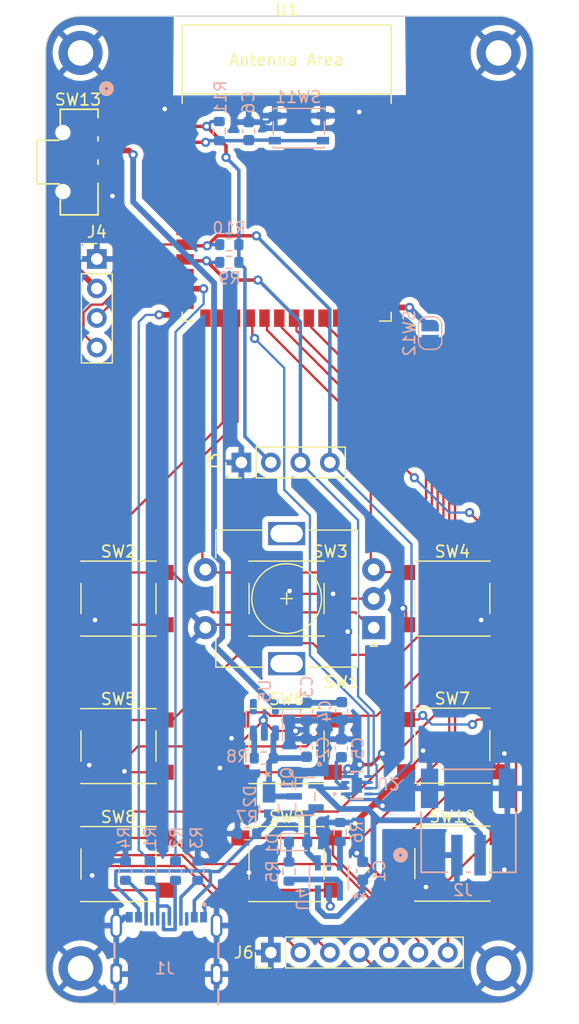
<source format=kicad_pcb>
(kicad_pcb (version 20221018) (generator pcbnew)
  (layers (0 "F.Cu" signal) (31 "B.Cu" signal) (34 "B.Paste" user) (35 "F.Paste" user) (36 "B.SilkS" user "B.Silkscreen") (37 "F.SilkS" user "F.Silkscreen") (38 "B.Mask" user) (39 "F.Mask" user) (44 "Edge.Cuts" user))
  (net 0 "")
  (net 1 "+BATT")
  (net 2 "GND")
  (net 3 "Net-(D2-K)")
  (net 4 "+3.3V")
  (net 5 "RESET")
  (net 6 "Net-(D1-K)")
  (net 7 "VBUS")
  (net 8 "Net-(J1-CC1)")
  (net 9 "/DP2")
  (net 10 "/DN2")
  (net 12 "Net-(J1-CC2)")
  (net 14 "SCL")
  (net 15 "SDA")
  (net 16 "D+")
  (net 17 "D-")
  (net 18 "Net-(U4-STAT)")
  (net 19 "Net-(U4-PROG)")
  (net 20 "Net-(U5-EN)")
  (net 21 "btn1")
  (net 22 "btn3")
  (net 23 "btn2")
  (net 24 "btn4")
  (net 25 "btn5")
  (net 26 "btn6")
  (net 27 "btn7")
  (net 28 "btn8")
  (net 29 "btn9")
  (net 30 "CBM0")
  (net 51 "BFG_ALRT")
  (net 53 "3.3v_sw")
  (footprint "Button_Switch_SMD:SW_SPST_PTS645" (layer "F.Cu") (at 130.77 95.9104)
    (fp_text reference "SW2")
    (fp_text value "SW_Push")
  )
  (footprint "Connector_PinHeader_2.54mm:PinHeader_1x04_P2.54mm_Vertical" (layer "F.Cu") (at 141.351 84.1904 90)
    (fp_text reference "J3")
    (fp_text value "sh1106_vert")
  )
  (footprint "MountingHole:MountingHole_2.2mm_M2_DIN965_Pad_TopBottom" (layer "F.Cu") (at 163.5 127.75)
    (fp_text reference "H4" hide)
    (fp_text value "MountingHole_Pad")
  )
  (footprint "Button_Switch_SMD:SW_SPST_PTS645" (layer "F.Cu") (at 145.245 108.6104)
    (fp_text reference "SW6")
    (fp_text value "SW_Push")
  )
  (footprint "Button_Switch_SMD:SW_SPST_PTS645" (layer "F.Cu") (at 159.52 108.5744)
    (fp_text reference "SW7")
    (fp_text value "SW_Push")
  )
  (footprint "MountingHole:MountingHole_2.2mm_M2_DIN965_Pad_TopBottom" (layer "F.Cu") (at 163.5 48.9204)
    (fp_text reference "H2" hide)
    (fp_text value "MountingHole_Pad")
  )
  (footprint "MountingHole:MountingHole_2.2mm_M2_DIN965_Pad_TopBottom" (layer "F.Cu") (at 127.5 48.9204)
    (fp_text reference "H1" hide)
    (fp_text value "MountingHole_Pad")
  )
  (footprint "CSS-1210TB:CSS-1210TB_NDC" (layer "F.Cu") (at 127.381 58.3184 -90)
    (fp_text reference "SW13")
    (fp_text value "CSS-1210TB")
  )
  (footprint "Button_Switch_SMD:SW_SPST_PTS645" (layer "F.Cu") (at 130.77 108.6104)
    (fp_text reference "SW5")
    (fp_text value "SW_Push")
  )
  (footprint "Button_Switch_SMD:SW_SPST_PTS645" (layer "F.Cu") (at 145.245 95.9104)
    (fp_text reference "SW3")
    (fp_text value "SW_Push")
  )
  (footprint "Button_Switch_SMD:SW_SPST_PTS645" (layer "F.Cu") (at 159.52 118.7344)
    (fp_text reference "SW10")
    (fp_text value "SW_Push")
  )
  (footprint "Connector_PinHeader_2.54mm:PinHeader_1x04_P2.54mm_Vertical" (layer "F.Cu") (at 128.905 66.6644)
    (fp_text reference "J4")
    (fp_text value "sh1106_horiz")
  )
  (footprint "Button_Switch_SMD:SW_SPST_PTS645" (layer "F.Cu") (at 159.52 95.9104)
    (fp_text reference "SW4")
    (fp_text value "SW_Push")
  )
  (footprint "Connector_PinHeader_2.54mm:PinHeader_1x07_P2.54mm_Vertical" (layer "F.Cu") (at 143.891 126.3904 90)
    (fp_text reference "J6")
    (fp_text value "Button_breakout")
  )
  (footprint "Button_Switch_SMD:SW_SPST_PTS645" (layer "F.Cu") (at 145.245 118.7704)
    (fp_text reference "SW9")
    (fp_text value "SW_Push")
  )
  (footprint "Button_Switch_SMD:SW_SPST_PTS645" (layer "F.Cu") (at 130.77 118.7704)
    (fp_text reference "SW8")
    (fp_text value "SW_Push")
  )
  (footprint "PCM_Espressif:ESP32-S3-WROOM-1" (layer "F.Cu") (at 145.25 62.26)
    (fp_text reference "U1")
    (fp_text value "ESP32-S3-WROOM-1-N4")
  )
  (footprint "MountingHole:MountingHole_2.2mm_M2_DIN965_Pad_TopBottom" (layer "F.Cu") (at 127.5 127.75)
    (fp_text reference "H3" hide)
    (fp_text value "MountingHole_Pad")
  )
  (footprint "Rotary_Encoder:RotaryEncoder_Alps_EC11E-Switch_Vertical_H20mm" (layer "F.Cu") (at 152.75 98.4104 180)
    (fp_text reference "SW1")
    (fp_text value "RotaryEncoder_Switch")
  )
  (footprint "Capacitor_SMD:C_0603_1608Metric" (layer "B.Cu") (at 149.9926 105.5984 -90)
    (fp_text reference "C4")
    (fp_text value "10uf")
  )
  (footprint "S2B_PH:CONN_S2B-PH-SM4-TB_JST" (layer "B.Cu") (at 160.909 115.0447)
    (fp_text reference "J2")
    (fp_text value "S2B-PH-SM4-TB")
  )
  (footprint "Jumper:SolderJumper-2_P1.3mm_Open_RoundedPad1.0x1.5mm" (layer "B.Cu") (at 157.607 73.0504 -90)
    (fp_text reference "SW12")
    (fp_text value "BOOT0")
  )
  (footprint "Resistor_SMD:R_0603_1608Metric" (layer "B.Cu") (at 140.3096 65.4304 180)
    (fp_text reference "R10")
    (fp_text value "2k")
  )
  (footprint "Resistor_SMD:R_0603_1608Metric" (layer "B.Cu") (at 145.4506 119.4164 -90)
    (fp_text reference "R5")
    (fp_text value "5.1k")
  )
  (footprint "USB4105-GF-A:GCT_USB4105-GF-A" (layer "B.Cu") (at 134.8954 128.2445 180)
    (fp_text reference "J1")
    (fp_text value "USB4105-GF-A")
  )
  (footprint "MAX17048:21-0168E_T822-3_MXM" (layer "B.Cu") (at 151.2926 111.9874)
    (fp_text reference "U2")
    (fp_text value "MAX17048G+T10")
  )
  (footprint "cuh:US2H_TOS" (layer "B.Cu") (at 143.7326 113.2211 -90)
    (fp_text reference "D2")
    (fp_text value "CUHS20")
  )
  (footprint "Resistor_SMD:R_0603_1608Metric" (layer "B.Cu") (at 143.2826 109.6434 180)
    (fp_text reference "R8")
    (fp_text value "100k")
  )
  (footprint "Resistor_SMD:R_0603_1608Metric" (layer "B.Cu") (at 137.5979 119.342 -90)
    (fp_text reference "R3")
    (fp_text value "5.6k")
  )
  (footprint "LED_SMD:LED_0603_1608Metric" (layer "B.Cu") (at 146.2306 116.8764)
    (fp_text reference "D1")
    (fp_text value "LED")
  )
  (footprint "Capacitor_SMD:C_0603_1608Metric" (layer "B.Cu") (at 146.9526 105.6534 -90)
    (fp_text reference "C3")
    (fp_text value "10uf")
  )
  (footprint "Resistor_SMD:R_0603_1608Metric" (layer "B.Cu") (at 135.6779 119.342 -90)
    (fp_text reference "R2")
    (fp_text value "22")
  )
  (footprint "Resistor_SMD:R_0603_1608Metric" (layer "B.Cu") (at 149.8606 116.0164 90)
    (fp_text reference "R6")
    (fp_text value "2k")
  )
  (footprint "Resistor_SMD:R_0603_1608Metric" (layer "B.Cu") (at 141.8426 116.1534 180)
    (fp_text reference "R7")
    (fp_text value "100k")
  )
  (footprint "Resistor_SMD:R_0603_1608Metric" (layer "B.Cu") (at 131.3679 119.342 -90)
    (fp_text reference "R4")
    (fp_text value "5.6k")
  )
  (footprint "MCP7381:SOT-23-5_MC_MCH" (layer "B.Cu") (at 148.890601 119.9618 90)
    (fp_text reference "U4")
    (fp_text value "MCP73831T-2ACI/OT")
  )
  (footprint "Capacitor_SMD:C_0603_1608Metric" (layer "B.Cu") (at 149.9626 108.7934 90)
    (fp_text reference "C5")
    (fp_text value ".1uf")
  )
  (footprint "Package_TO_SOT_SMD:SOT-23-5" (layer "B.Cu") (at 143.3326 106.3559 90)
    (fp_text reference "U5")
    (fp_text value "AP2112K-3.3")
  )
  (footprint "Capacitor_SMD:C_0603_1608Metric" (layer "B.Cu") (at 151.8006 119.3534 90)
    (fp_text reference "C1")
    (fp_text value "10uf")
  )
  (footprint "Resistor_SMD:R_0603_1608Metric" (layer "B.Cu") (at 139.446 55.6514 90)
    (fp_text reference "R11")
    (fp_text value "5.1k")
  )
  (footprint "Capacitor_SMD:C_0603_1608Metric" (layer "B.Cu") (at 146.9626 108.7534 90)
    (fp_text reference "C2")
    (fp_text value "10uf")
  )
  (footprint "Resistor_SMD:R_0603_1608Metric" (layer "B.Cu") (at 133.4879 119.342 -90)
    (fp_text reference "R1")
    (fp_text value "22")
  )
  (footprint "Capacitor_SMD:C_0603_1608Metric" (layer "B.Cu") (at 141.986 55.6514 90)
    (fp_text reference "C6")
    (fp_text value "1uf")
  )
  (footprint "DMP2045U:SOT-23_DIO" (layer "B.Cu") (at 146.8426 112.9434 -90)
    (fp_text reference "Q1")
    (fp_text value "DMP2045U-7")
  )
  (footprint "Button_Switch_SMD:SW_SPST_PTS810" (layer "B.Cu") (at 146.304 55.3974)
    (fp_text reference "SW11")
    (fp_text value "SW_Push")
  )
  (footprint "Resistor_SMD:R_0603_1608Metric" (layer "B.Cu") (at 140.3096 66.9544 180)
    (fp_text reference "R9")
    (fp_text value "2k")
  )
  (gr_line (start 124.5 127.75) (end 124.5 48.75) (stroke (width 0.1)) (layer "Edge.Cuts"))
  (gr_arc (start 163.5 45.75) (mid 165.62132 46.62868) (end 166.5 48.75) (stroke (width 0.1)) (layer "Edge.Cuts"))
  (gr_arc (start 127.5 130.75) (mid 125.37868 129.87132) (end 124.5 127.75) (stroke (width 0.1)) (layer "Edge.Cuts"))
  (gr_line (start 135.5 45.75) (end 127.5 45.75) (stroke (width 0.1)) (layer "Edge.Cuts"))
  (gr_arc (start 166.5 127.75) (mid 165.62132 129.87132) (end 163.5 130.75) (stroke (width 0.1)) (layer "Edge.Cuts"))
  (gr_line (start 166.5 48.75) (end 166.5 127.75) (stroke (width 0.1)) (layer "Edge.Cuts"))
  (gr_line (start 163.5 130.75) (end 127.5 130.75) (stroke (width 0.1)) (layer "Edge.Cuts"))
  (gr_arc (start 124.5 48.75) (mid 125.37868 46.62868) (end 127.5 45.75) (stroke (width 0.1)) (layer "Edge.Cuts"))
  (gr_line (start 135.5 45.75) (end 155.5 45.75) (stroke (width 0.1)) (layer "Edge.Cuts"))
  (gr_line (start 155.5 45.75) (end 163.5 45.75) (stroke (width 0.1)) (layer "Edge.Cuts"))
  (segment (start 147.7824 111.9909) (end 149.8157 114.0242) (width 0.5) (layer "B.Cu") (net 1))
  (segment (start 149.5146 111.645299) (end 149.5146 110.0164) (width 0.3) (layer "B.Cu") (net 1))
  (segment (start 151.8006 120.1284) (end 151.8006 121.111602) (width 0.5) (layer "B.Cu") (net 1))
  (segment (start 151.8006 121.111602) (end 149.660802 123.2514) (width 0.5) (layer "B.Cu") (net 1))
  (segment (start 161.909001 118) (end 161.909001 116.183602) (width 0.5) (layer "B.Cu") (net 1))
  (segment (start 149.8157 114.0242) (end 152.2322 114.0242) (width 0.5) (layer "B.Cu") (net 1))
  (segment (start 148.2446 112.2374) (end 148.0289 112.2374) (width 0.3) (layer "B.Cu") (net 1))
  (segment (start 150.2893 111.9874) (end 149.856701 111.9874) (width 0.3) (layer "B.Cu") (net 1))
  (segment (start 148.5866 123.2514) (end 147.9406 122.6054) (width 0.5) (layer "B.Cu") (net 1))
  (segment (start 150.2893 111.9874) (end 150.2893 111.7374) (width 0.3) (layer "B.Cu") (net 1))
  (segment (start 160.725399 115) (end 153.208 115) (width 0.5) (layer "B.Cu") (net 1))
  (segment (start 150.2893 112.2374) (end 148.2446 112.2374) (width 0.3) (layer "B.Cu") (net 1))
  (segment (start 153.208 115) (end 152.7256 114.5176) (width 0.5) (layer "B.Cu") (net 1))
  (segment (start 152.7256 114.5176) (end 152.7256 119.2034) (width 0.5) (layer "B.Cu") (net 1))
  (segment (start 147.9406 122.6054) (end 147.9406 121.2572) (width 0.5) (layer "B.Cu") (net 1))
  (segment (start 150.2893 112.2374) (end 150.2893 111.9874) (width 0.3) (layer "B.Cu") (net 1))
  (segment (start 149.660802 123.2514) (end 148.5866 123.2514) (width 0.5) (layer "B.Cu") (net 1))
  (segment (start 148.0289 112.2374) (end 147.7824 111.9909) (width 0.3) (layer "B.Cu") (net 1))
  (segment (start 149.5146 110.0164) (end 149.9626 109.5684) (width 0.3) (layer "B.Cu") (net 1))
  (segment (start 161.909001 116.183602) (end 160.725399 115) (width 0.5) (layer "B.Cu") (net 1))
  (segment (start 152.2322 114.0242) (end 152.7256 114.5176) (width 0.5) (layer "B.Cu") (net 1))
  (segment (start 152.7256 119.2034) (end 151.8006 120.1284) (width 0.5) (layer "B.Cu") (net 1))
  (segment (start 149.856701 111.9874) (end 149.5146 111.645299) (width 0.3) (layer "B.Cu") (net 1))
  (segment (start 155.54 120.9844) (end 157.0156 120.9844) (width 0.2) (layer "F.Cu") (net 2))
  (segment (start 145.75 95.5) (end 145.5 95.25) (width 0.2) (layer "F.Cu") (net 2))
  (segment (start 141.636 108) (end 140.5 108) (width 0.2) (layer "F.Cu") (net 2))
  (segment (start 136.7135 53.9844) (end 134.9844 53.9844) (width 0.2) (layer "F.Cu") (net 2))
  (segment (start 134.75 121.0204) (end 126.79 121.0204) (width 0.2) (layer "F.Cu") (net 2))
  (segment (start 163.5 109.75) (end 164 109.25) (width 0.2) (layer "F.Cu") (net 2))
  (segment (start 154.4476 120.9844) (end 155.54 120.9844) (width 0.25) (layer "F.Cu") (net 2))
  (segment (start 134.75 110.8604) (end 131.3604 110.8604) (width 0.2) (layer "F.Cu") (net 2))
  (segment (start 149.225 110.8604) (end 141.265 110.8604) (width 0.2) (layer "F.Cu") (net 2))
  (segment (start 143.2326 106.4034) (end 141.636 108) (width 0.2) (layer "F.Cu") (net 2))
  (segment (start 129.7305 59.318525) (end 129.7305 60.7305) (width 0.3) (layer "F.Cu") (net 2))
  (segment (start 141.265 120.235) (end 142 119.5) (width 0.25) (layer "F.Cu") (net 2))
  (segment (start 151.1259 115.2385) (end 152.3072 114.0572) (width 0.5) (layer "F.Cu") (net 2))
  (segment (start 150.518611 110.591789) (end 150.25 110.8604) (width 0.3) (layer "F.Cu") (net 2))
  (segment (start 127.6396 110.8604) (end 128.25 110.25) (width 0.2) (layer "F.Cu") (net 2))
  (segment (start 155.54 110.8244) (end 157 109.3644) (width 0.2) (layer "F.Cu") (net 2))
  (segment (start 151.2926 117.8294) (end 154.4476 120.9844) (width 0.25) (layer "F.Cu") (net 2))
  (segment (start 129.1604 98.1604) (end 128.75 97.75) (width 0.2) (layer "F.Cu") (net 2))
  (segment (start 162.4104 98.1604) (end 162 97.75) (width 0.2) (layer "F.Cu") (net 2))
  (segment (start 134.75 98.1604) (end 129.1604 98.1604) (width 0.2) (layer "F.Cu") (net 2))
  (segment (start 141.265 110.8604) (end 139.8604 110.8604) (width 0.2) (layer "F.Cu") (net 2))
  (segment (start 149.225 110.8604) (end 150.25 110.8604) (width 0.2) (layer "F.Cu") (net 2))
  (segment (start 152.3072 114.0572) (end 155.54 110.8244) (width 0.5) (layer "F.Cu") (net 2))
  (segment (start 150.518611 110.564255) (end 150.518611 110.591789) (width 0.3) (layer "F.Cu") (net 2))
  (segment (start 129.7305 60.7305) (end 130.25 61.25) (width 0.3) (layer "F.Cu") (net 2))
  (segment (start 152.6144 113.75) (end 152.3072 114.0572) (width 0.3) (layer "F.Cu") (net 2))
  (segment (start 149.225 98.1604) (end 149.9104 98.1604) (width 0.2) (layer "F.Cu") (net 2))
  (segment (start 141.265 98.1604) (end 138.5 98.1604) (width 0.2) (layer "F.Cu") (net 2))
  (segment (start 163.5 110.8244) (end 163.5 109.75) (width 0.2) (layer "F.Cu") (net 2))
  (segment (start 163.5 98.1604) (end 162.4104 98.1604) (width 0.2) (layer "F.Cu") (net 2))
  (segment (start 149.9104 98.1604) (end 150.5 98.75) (width 0.2) (layer "F.Cu") (net 2))
  (segment (start 138.5 98.1604) (end 138.25 98.4104) (width 0.2) (layer "F.Cu") (net 2))
  (segment (start 127.2296 121.0204) (end 128.5 119.75) (width 0.2) (layer "F.Cu") (net 2))
  (segment (start 152.75 95.9104) (end 149.6604 95.9104) (width 0.2) (layer "F.Cu") (net 2))
  (segment (start 151.5466 110.2094) (end 152.5406 110.2094) (width 0.3) (layer "F.Cu") (net 2))
  (segment (start 126.79 98.1604) (end 128.3396 98.1604) (width 0.2) (layer "F.Cu") (net 2))
  (segment (start 139.8604 110.8604) (end 139.5 110.5) (width 0.2) (layer "F.Cu") (net 2))
  (segment (start 126.79 121.0204) (end 127.2296 121.0204) (width 0.2) (layer "F.Cu") (net 2))
  (segment (start 149.0066 121.2388) (end 149.225 121.0204) (width 0.25) (layer "F.Cu") (net 2))
  (segment (start 157 109.3644) (end 157 109) (width 0.2) (layer "F.Cu") (net 2))
  (segment (start 144.1326 107.3034) (end 146.0126 107.3034) (width 0.2) (layer "F.Cu") (net 2))
  (segment (start 143.2326 106.4034) (end 144.1326 107.3034) (width 0.2) (layer "F.Cu") (net 2))
  (segment (start 155.54 98.1604) (end 155.54 97.04) (width 0.2) (layer "F.Cu") (net 2))
  (segment (start 126.79 110.8604) (end 127.6396 110.8604) (width 0.2) (layer "F.Cu") (net 2))
  (segment (start 155.54 97.04) (end 155.25 96.75) (width 0.2) (layer "F.Cu") (net 2))
  (segment (start 141.265 121.0204) (end 141.265 120.235) (width 0.25) (layer "F.Cu") (net 2))
  (segment (start 131.3604 110.8604) (end 131.280675 110.780675) (width 0.2) (layer "F.Cu") (net 2))
  (segment (start 149.0066 122.4014) (end 149.0066 121.2388) (width 0.25) (layer "F.Cu") (net 2))
  (segment (start 149.225 121.0204) (end 141.265 121.0204) (width 0.25) (layer "F.Cu") (net 2))
  (segment (start 154 54) (end 151.5 54) (width 0.2) (layer "F.Cu") (net 2))
  (segment (start 151.1259 115.2704) (end 151.1259 115.2385) (width 0.5) (layer "F.Cu") (net 2))
  (segment (start 163.5 119.75) (end 164 119.25) (width 0.2) (layer "F.Cu") (net 2))
  (segment (start 157.0156 120.9844) (end 157.25 120.75) (width 0.2) (layer "F.Cu") (net 2))
  (segment (start 150.25 110.8604) (end 150.8956 110.8604) (width 0.2) (layer "F.Cu") (net 2))
  (segment (start 149.6604 95.9104) (end 149.25 95.5) (width 0.2) (layer "F.Cu") (net 2))
  (segment (start 134.9844 53.9844) (end 134.75 53.75) (width 0.2) (layer "F.Cu") (net 2))
  (segment (start 163.5 120.9844) (end 163.5 119.75) (width 0.2) (layer "F.Cu") (net 2))
  (segment (start 149.25 95.5) (end 145.75 95.5) (width 0.2) (layer "F.Cu") (net 2))
  (segment (start 150.8956 110.8604) (end 151.5466 110.2094) (width 0.2) (layer "F.Cu") (net 2))
  (segment (start 152.5406 110.2094) (end 153.5 109.25) (width 0.3) (layer "F.Cu") (net 2))
  (segment (start 128.3396 98.1604) (end 128.75 97.75) (width 0.2) (layer "F.Cu") (net 2))
  (segment (start 140.5 108) (end 140.5 107.9364) (width 0.2) (layer "F.Cu") (net 2))
  (segment (start 153.5 113.75) (end 152.6144 113.75) (width 0.3) (layer "F.Cu") (net 2))
  (via (at 153.5 113.75) (size 0.8) (drill 0.4) (layers "F.Cu" "B.Cu") (net 2))
  (via (at 143.2326 106.4034) (size 0.8) (drill 0.4) (layers "F.Cu" "B.Cu") (net 2))
  (via (at 130.25 61.25) (size 0.8) (drill 0.4) (layers "F.Cu" "B.Cu") (net 2))
  (via (at 151.2926 117.8294) (size 0.8) (drill 0.4) (layers "F.Cu" "B.Cu") (net 2))
  (via (at 149.25 95.5) (size 0.8) (drill 0.4) (layers "F.Cu" "B.Cu") (net 2))
  (via (at 128.25 110.25) (size 0.8) (drill 0.4) (layers "F.Cu" "B.Cu") (net 2))
  (via (at 146.0126 107.3034) (size 0.8) (drill 0.4) (layers "F.Cu" "B.Cu") (net 2))
  (via (at 145.5 95.25) (size 0.8) (drill 0.4) (layers "F.Cu" "B.Cu") (net 2))
  (via (at 149.0066 122.4014) (size 0.8) (drill 0.4) (layers "F.Cu" "B.Cu") (net 2))
  (via (at 157 109) (size 0.8) (drill 0.4) (layers "F.Cu" "B.Cu") (net 2))
  (via (at 134.75 53.75) (size 0.8) (drill 0.4) (layers "F.Cu" "B.Cu") (net 2))
  (via (at 128.75 97.75) (size 0.8) (drill 0.4) (layers "F.Cu" "B.Cu") (net 2))
  (via (at 142 119.5) (size 0.8) (drill 0.4) (layers "F.Cu" "B.Cu") (net 2))
  (via (at 150.518611 110.564255) (size 0.8) (drill 0.4) (layers "F.Cu" "B.Cu") (net 2))
  (via (at 131.280675 110.780675) (size 0.8) (drill 0.4) (layers "F.Cu" "B.Cu") (net 2))
  (via (at 164 119.25) (size 0.8) (drill 0.4) (layers "F.Cu" "B.Cu") (net 2))
  (via (at 155.25 96.75) (size 0.8) (drill 0.4) (layers "F.Cu" "B.Cu") (net 2))
  (via (at 128.5 119.75) (size 0.8) (drill 0.4) (layers "F.Cu" "B.Cu") (net 2))
  (via (at 151.5466 110.2094) (size 0.8) (drill 0.4) (layers "F.Cu" "B.Cu") (net 2))
  (via (at 153.5 109.25) (size 0.8) (drill 0.4) (layers "F.Cu" "B.Cu") (net 2))
  (via (at 164 109.25) (size 0.8) (drill 0.4) (layers "F.Cu" "B.Cu") (net 2))
  (via (at 150.5 98.75) (size 0.8) (drill 0.4) (layers "F.Cu" "B.Cu") (net 2))
  (via (at 139.5 110.5) (size 0.8) (drill 0.4) (layers "F.Cu" "B.Cu") (net 2))
  (via (at 140.5 107.9364) (size 0.8) (drill 0.4) (layers "F.Cu" "B.Cu") (net 2))
  (via (at 151.5 54) (size 0.8) (drill 0.4) (layers "F.Cu" "B.Cu") (net 2))
  (via (at 157.25 120.75) (size 0.8) (drill 0.4) (layers "F.Cu" "B.Cu") (net 2))
  (via (at 151.1259 115.2704) (size 0.8) (drill 0.4) (layers "F.Cu" "B.Cu") (net 2))
  (via (at 162 97.75) (size 0.8) (drill 0.4) (layers "F.Cu" "B.Cu") (net 2))
  (segment (start 143.675 54.8764) (end 144.229 54.3224) (width 0.3) (layer "B.Cu") (net 2))
  (segment (start 151.2926 111.9874) (end 151.5426 111.7374) (width 0.3) (layer "B.Cu") (net 2))
  (segment (start 151.8006 118.3374) (end 151.2926 117.8294) (width 0.25) (layer "B.Cu") (net 2))
  (segment (start 150.2893 111.237399) (end 151.050599 111.237399) (width 0.3) (layer "B.Cu") (net 2))
  (segment (start 150.2893 112.737401) (end 150.971899 112.737401) (width 0.3) (layer "B.Cu") (net 2))
  (segment (start 148.890601 121.2572) (end 148.890601 122.285401) (width 0.25) (layer "B.Cu") (net 2))
  (segment (start 151.050599 111.237399) (end 151.2926 111.4794) (width 0.3) (layer "B.Cu") (net 2))
  (segment (start 151.0469 115.1914) (end 151.1259 115.2704) (width 0.2) (layer "B.Cu") (net 2))
  (segment (start 149.9626 106.4034) (end 149.9926 106.3734) (width 0.5) (layer "B.Cu") (net 2))
  (segment (start 149.8606 115.1914) (end 151.0469 115.1914) (width 0.2) (layer "B.Cu") (net 2))
  (segment (start 146.9626 107.9784) (end 146.9626 107.2134) (width 0.5) (layer "B.Cu") (net 2))
  (segment (start 149.9626 108.0184) (end 149.9626 106.4034) (width 0.5) (layer "B.Cu") (net 2))
  (segment (start 151.5426 111.7374) (end 152.2959 111.7374) (width 0.3) (layer "B.Cu") (net 2))
  (segment (start 149.9926 106.3734) (end 147.0076 106.3734) (width 0.5) (layer "B.Cu") (net 2))
  (segment (start 150.2893 110.793566) (end 150.518611 110.564255) (width 0.3) (layer "B.Cu") (net 2))
  (segment (start 146.1026 107.2134) (end 146.0126 107.3034) (width 0.5) (layer "B.Cu") (net 2))
  (segment (start 146.9626 106.4384) (end 146.9526 106.4284) (width 0.5) (layer "B.Cu") (net 2))
  (segment (start 150.2893 112.737401) (end 150.7663 113.214401) (width 0.3) (layer "B.Cu") (net 2))
  (segment (start 141.986 54.8764) (end 143.675 54.8764) (width 0.3) (layer "B.Cu") (net 2))
  (segment (start 150.7663 113.214401) (end 152.964401 113.214401) (width 0.3) (layer "B.Cu") (net 2))
  (segment (start 143.3326 107.4934) (end 143.3326 106.5034) (width 0.5) (layer "B.Cu") (net 2))
  (segment (start 148.890601 122.285401) (end 149.0066 122.4014) (width 0.25) (layer "B.Cu") (net 2))
  (segment (start 146.9626 107.2134) (end 146.1026 107.2134) (width 0.5) (layer "B.Cu") (net 2))
  (segment (start 131.6954 123.3445) (end 131.2954 123.3445) (width 0.5) (layer "B.Cu") (net 2))
  (segment (start 151.2926 111.4794) (end 151.2926 111.9874) (width 0.3) (layer "B.Cu") (net 2))
  (segment (start 151.2926 111.9874) (end 151.2926 110.4634) (width 0.3) (layer "B.Cu") (net 2))
  (segment (start 152.964401 113.214401) (end 153.5 113.75) (width 0.3) (layer "B.Cu") (net 2))
  (segment (start 150.2893 111.237399) (end 150.2893 110.793566) (width 0.3) (layer "B.Cu") (net 2))
  (segment (start 151.8006 118.5784) (end 151.8006 118.3374) (width 0.25) (layer "B.Cu") (net 2))
  (segment (start 143.3326 106.5034) (end 143.2326 106.4034) (width 0.5) (layer "B.Cu") (net 2))
  (segment (start 151.2926 112.4167) (end 151.2926 111.9874) (width 0.3) (layer "B.Cu") (net 2))
  (segment (start 147.0076 106.3734) (end 146.9526 106.4284) (width 0.5) (layer "B.Cu") (net 2))
  (segment (start 151.2926 110.4634) (end 151.5466 110.2094) (width 0.3) (layer "B.Cu") (net 2))
  (segment (start 150.971899 112.737401) (end 151.2926 112.4167) (width 0.3) (layer "B.Cu") (net 2))
  (segment (start 131.2954 123.3445) (end 130.5754 124.0645) (width 0.5) (layer "B.Cu") (net 2))
  (segment (start 146.9626 107.2134) (end 146.9626 106.4384) (width 0.5) (layer "B.Cu") (net 2))
  (segment (start 144.1076 109.6434) (end 144.1076 107.6684) (width 0.5) (layer "B.Cu") (net 3))
  (segment (start 145.9028 112.9434) (end 144.1026 112.9434) (width 0.5) (layer "B.Cu") (net 3))
  (segment (start 144.1076 109.6434) (end 146.8476 109.6434) (width 0.5) (layer "B.Cu") (net 3))
  (segment (start 144.1076 107.6684) (end 144.2826 107.4934) (width 0.5) (layer "B.Cu") (net 3))
  (segment (start 144.1026 112.9434) (end 143.7326 112.5734) (width 0.5) (layer "B.Cu") (net 3))
  (segment (start 143.7326 112.5734) (end 143.7326 110.0184) (width 0.5) (layer "B.Cu") (net 3))
  (segment (start 143.7326 110.0184) (end 144.1076 109.6434) (width 0.5) (layer "B.Cu") (net 3))
  (segment (start 146.8476 109.6434) (end 146.9626 109.5284) (width 0.5) (layer "B.Cu") (net 3))
  (segment (start 140.0302 56.9214) (end 138.3538 55.245) (width 0.3) (layer "F.Cu") (net 4))
  (segment (start 126.8984 57.400825) (end 128.9812 55.318025) (width 0.5) (layer "F.Cu") (net 4))
  (segment (start 129.7305 55.318025) (end 136.649875 55.318025) (width 0.5) (layer "F.Cu") (net 4))
  (segment (start 140.0302 57.912) (end 140.0302 56.9214) (width 0.3) (layer "F.Cu") (net 4))
  (segment (start 128.9812 55.318025) (end 129.7305 55.318025) (width 0.5) (layer "F.Cu") (net 4))
  (segment (start 138.3538 55.245) (end 136.7229 55.245) (width 0.3) (layer "F.Cu") (net 4))
  (segment (start 136.649875 55.318025) (end 136.7135 55.2544) (width 0.5) (layer "F.Cu") (net 4))
  (segment (start 126.8984 67.1978) (end 126.8984 57.400825) (width 0.5) (layer "F.Cu") (net 4))
  (segment (start 136.7229 55.245) (end 136.7135 55.2544) (width 0.3) (layer "F.Cu") (net 4))
  (segment (start 128.905 69.2044) (end 126.8984 67.1978) (width 0.5) (layer "F.Cu") (net 4))
  (via (at 138.3538 55.245) (size 0.8) (drill 0.4) (layers "F.Cu" "B.Cu") (net 4))
  (via (at 140.0302 57.912) (size 0.8) (drill 0.4) (layers "F.Cu" "B.Cu") (net 4))
  (segment (start 141.1346 66.9544) (end 141.6558 67.4756) (width 0.3) (layer "B.Cu") (net 4))
  (segment (start 141.6558 81.9552) (end 143.891 84.1904) (width 0.3) (layer "B.Cu") (net 4))
  (segment (start 141.6558 67.4756) (end 141.6558 81.9552) (width 0.3) (layer "B.Cu") (net 4))
  (segment (start 141.1346 65.4304) (end 141.1346 59.0164) (width 0.3) (layer "B.Cu") (net 4))
  (segment (start 141.1346 66.9544) (end 141.1346 65.4304) (width 0.3) (layer "B.Cu") (net 4))
  (segment (start 141.1346 59.0164) (end 140.0302 57.912) (width 0.3) (layer "B.Cu") (net 4))
  (segment (start 138.7724 54.8264) (end 138.3538 55.245) (width 0.3) (layer "B.Cu") (net 4))
  (segment (start 139.446 54.8264) (end 138.7724 54.8264) (width 0.3) (layer "B.Cu") (net 4))
  (segment (start 138.2776 56.6166) (end 136.8057 56.6166) (width 0.3) (layer "F.Cu") (net 5))
  (segment (start 136.8057 56.6166) (end 136.7135 56.5244) (width 0.3) (layer "F.Cu") (net 5))
  (via (at 138.2776 56.6166) (size 0.8) (drill 0.4) (layers "F.Cu" "B.Cu") (net 5))
  (segment (start 138.4178 56.4764) (end 138.2776 56.6166) (width 0.3) (layer "B.Cu") (net 5))
  (segment (start 144.229 56.4724) (end 148.379 56.4724) (width 0.3) (layer "B.Cu") (net 5))
  (segment (start 139.446 56.4764) (end 138.4178 56.4764) (width 0.3) (layer "B.Cu") (net 5))
  (segment (start 141.986 56.4264) (end 144.183 56.4264) (width 0.3) (layer "B.Cu") (net 5))
  (segment (start 139.446 56.4764) (end 141.936 56.4764) (width 0.3) (layer "B.Cu") (net 5))
  (segment (start 144.183 56.4264) (end 144.229 56.4724) (width 0.3) (layer "B.Cu") (net 5))
  (segment (start 141.936 56.4764) (end 141.986 56.4264) (width 0.3) (layer "B.Cu") (net 5))
  (segment (start 145.4506 116.8839) (end 145.4431 116.8764) (width 0.5) (layer "B.Cu") (net 6))
  (segment (start 145.4506 118.5914) (end 145.4506 116.8839) (width 0.5) (layer "B.Cu") (net 6))
  (segment (start 147.2634 114.4149) (end 147.7824 113.8959) (width 0.5) (layer "B.Cu") (net 7))
  (segment (start 137.2954 121.9145) (end 138.6809 120.529) (width 0.3) (layer "B.Cu") (net 7))
  (segment (start 138.6809 120.529) (end 138.6809 119.417) (width 0.3) (layer "B.Cu") (net 7))
  (segment (start 147.0181 117.7439) (end 147.9406 118.6664) (width 0.5) (layer "B.Cu") (net 7))
  (segment (start 130.5429 120.642) (end 130.5429 119.36185) (width 0.3) (layer "B.Cu") (net 7))
  (segment (start 139.404 119.417) (end 142.6676 116.1534) (width 0.3) (layer "B.Cu") (net 7))
  (segment (start 147.0181 114.6602) (end 147.2634 114.4149) (width 0.5) (layer "B.Cu") (net 7))
  (segment (start 143.7326 115.0884) (end 142.6676 116.1534) (width 0.5) (layer "B.Cu") (net 7))
  (segment (start 130.5429 119.36185) (end 138.62575 119.36185) (width 0.3) (layer "B.Cu") (net 7))
  (segment (start 132.4954 122.5945) (end 130.5429 120.642) (width 0.3) (layer "B.Cu") (net 7))
  (segment (start 138.6809 119.417) (end 139.404 119.417) (width 0.3) (layer "B.Cu") (net 7))
  (segment (start 138.62575 119.36185) (end 138.6809 119.417) (width 0.3) (layer "B.Cu") (net 7))
  (segment (start 143.7326 114.4149) (end 143.7326 115.0884) (width 0.5) (layer "B.Cu") (net 7))
  (segment (start 147.0181 116.8764) (end 147.0181 114.6602) (width 0.5) (layer "B.Cu") (net 7))
  (segment (start 143.7326 114.4149) (end 147.2634 114.4149) (width 0.5) (layer "B.Cu") (net 7))
  (segment (start 132.4954 123.3445) (end 132.4954 122.5945) (width 0.3) (layer "B.Cu") (net 7))
  (segment (start 147.0181 116.8764) (end 147.0181 117.7439) (width 0.5) (layer "B.Cu") (net 7))
  (segment (start 137.2954 123.3445) (end 137.2954 121.9145) (width 0.3) (layer "B.Cu") (net 7))
  (segment (start 137.5979 120.167) (end 136.1454 121.6195) (width 0.3) (layer "B.Cu") (net 8))
  (segment (start 136.1454 121.6195) (end 136.1454 123.4895) (width 0.3) (layer "B.Cu") (net 8))
  (segment (start 135.1454 122.5645) (end 135.1454 123.4895) (width 0.3) (layer "B.Cu") (net 9))
  (segment (start 134.1454 122.38165) (end 134.1454 123.4895) (width 0.3) (layer "B.Cu") (net 9))
  (segment (start 133.4879 120.067) (end 134.1454 120.7245) (width 0.3) (layer "B.Cu") (net 9))
  (segment (start 134.1454 122.38165) (end 134.96255 122.38165) (width 0.3) (layer "B.Cu") (net 9))
  (segment (start 134.1454 120.7245) (end 134.1454 122.38165) (width 0.3) (layer "B.Cu") (net 9))
  (segment (start 134.96255 122.38165) (end 135.1454 122.5645) (width 0.3) (layer "B.Cu") (net 9))
  (segment (start 135.6779 120.117) (end 135.6454 120.1495) (width 0.3) (layer "B.Cu") (net 10))
  (segment (start 135.6454 123.4895) (end 135.6454 124.4145) (width 0.3) (layer "B.Cu") (net 10))
  (segment (start 134.6454 124.4145) (end 134.6454 123.4895) (width 0.3) (layer "B.Cu") (net 10))
  (segment (start 135.6454 120.1495) (end 135.6454 123.4895) (width 0.3) (layer "B.Cu") (net 10))
  (segment (start 135.6454 124.4145) (end 134.6454 124.4145) (width 0.3) (layer "B.Cu") (net 10))
  (segment (start 133.1454 121.7795) (end 133.1454 123.4895) (width 0.3) (layer "B.Cu") (net 12))
  (segment (start 131.3679 120.002) (end 133.1454 121.7795) (width 0.3) (layer "B.Cu") (net 12))
  (segment (start 133.965 66.6844) (end 136.7135 66.6844) (width 0.2) (layer "F.Cu") (net 14))
  (segment (start 142.7734 68.4784) (end 140.0048 68.4784) (width 0.3) (layer "F.Cu") (net 14))
  (segment (start 136.8565 66.8274) (end 136.7135 66.6844) (width 0.3) (layer "F.Cu") (net 14))
  (segment (start 140.0048 68.4784) (end 138.3538 66.8274) (width 0.3) (layer "F.Cu") (net 14))
  (segment (start 128.905 71.7444) (end 133.965 66.6844) (width 0.2) (layer "F.Cu") (net 14))
  (segment (start 138.3538 66.8274) (end 136.8565 66.8274) (width 0.3) (layer "F.Cu") (net 14))
  (via (at 138.3538 66.8274) (size 0.8) (drill 0.4) (layers "F.Cu" "B.Cu") (net 14))
  (via (at 142.7734 68.4784) (size 0.8) (drill 0.4) (layers "F.Cu" "B.Cu") (net 14))
  (segment (start 152.7459 105.678304) (end 152.7459 110) (width 0.2) (layer "B.Cu") (net 14))
  (segment (start 151.4 104.332404) (end 152.7459 105.678304) (width 0.2) (layer "B.Cu") (net 14))
  (segment (start 151.4 89.1594) (end 151.4 104.332404) (width 0.2) (layer "B.Cu") (net 14))
  (segment (start 142.7861 68.4657) (end 142.7734 68.4784) (width 0.3) (layer "B.Cu") (net 14))
  (segment (start 142.7861 68.4403) (end 142.7861 68.4657) (width 0.3) (layer "B.Cu") (net 14))
  (segment (start 153.0015 110.2556) (end 153.0015 112.2144) (width 0.2) (layer "B.Cu") (net 14))
  (segment (start 152.9785 112.2374) (end 152.2959 112.2374) (width 0.2) (layer "B.Cu") (net 14))
  (segment (start 152.7459 110) (end 153.0015 110.2556) (width 0.2) (layer "B.Cu") (net 14))
  (segment (start 138.4808 66.9544) (end 138.3538 66.8274) (width 0.3) (layer "B.Cu") (net 14))
  (segment (start 139.4846 66.9544) (end 138.4808 66.9544) (width 0.3) (layer "B.Cu") (net 14))
  (segment (start 146.431 84.1904) (end 151.4 89.1594) (width 0.2) (layer "B.Cu") (net 14))
  (segment (start 146.431 84.1904) (end 146.431 72.0852) (width 0.3) (layer "B.Cu") (net 14))
  (segment (start 146.431 72.0852) (end 142.7861 68.4403) (width 0.3) (layer "B.Cu") (net 14))
  (segment (start 127.755 73.1344) (end 127.755 71.268054) (width 0.2) (layer "F.Cu") (net 15))
  (segment (start 128.905 74.2844) (end 127.755 73.1344) (width 0.2) (layer "F.Cu") (net 15))
  (segment (start 136.8311 65.532) (end 136.7135 65.4144) (width 0.3) (layer "F.Cu") (net 15))
  (segment (start 142.6464 64.6684) (end 139.2682 64.6684) (width 0.3) (layer "F.Cu") (net 15))
  (segment (start 127.755 71.268054) (end 128.428654 70.5944) (width 0.2) (layer "F.Cu") (net 15))
  (segment (start 139.2682 64.6684) (end 138.4046 65.532) (width 0.3) (layer "F.Cu") (net 15))
  (segment (start 138.4046 65.532) (end 136.8311 65.532) (width 0.3) (layer "F.Cu") (net 15))
  (segment (start 129.381346 70.5944) (end 134.561346 65.4144) (width 0.2) (layer "F.Cu") (net 15))
  (segment (start 128.428654 70.5944) (end 129.381346 70.5944) (width 0.2) (layer "F.Cu") (net 15))
  (segment (start 134.561346 65.4144) (end 136.7135 65.4144) (width 0.2) (layer "F.Cu") (net 15))
  (via (at 138.4046 65.532) (size 0.8) (drill 0.4) (layers "F.Cu" "B.Cu") (net 15))
  (via (at 142.6464 64.6684) (size 0.8) (drill 0.4) (layers "F.Cu" "B.Cu") (net 15))
  (segment (start 148.971 70.993) (end 142.6464 64.6684) (width 0.3) (layer "B.Cu") (net 15))
  (segment (start 148.971 84.1904) (end 148.971 70.993) (width 0.3) (layer "B.Cu") (net 15))
  (segment (start 156 109.923006) (end 153.185606 112.7374) (width 0.2) (layer "B.Cu") (net 15))
  (segment (start 139.4846 65.4304) (end 138.5062 65.4304) (width 0.3) (layer "B.Cu") (net 15))
  (segment (start 153.185606 112.7374) (end 152.2959 112.737401) (width 0.2) (layer "B.Cu") (net 15))
  (segment (start 156 91.2194) (end 156 109.923006) (width 0.2) (layer "B.Cu") (net 15))
  (segment (start 138.5062 65.4304) (end 138.4046 65.532) (width 0.3) (layer "B.Cu") (net 15))
  (segment (start 148.971 84.1904) (end 156 91.2194) (width 0.2) (layer "B.Cu") (net 15))
  (segment (start 134.2644 71.4756) (end 135.7323 71.4756) (width 0.5) (layer "F.Cu") (net 16))
  (segment (start 135.7323 71.4756) (end 136.7135 70.4944) (width 0.5) (layer "F.Cu") (net 16))
  (via (at 134.2644 71.4756) (size 0.8) (drill 0.4) (layers "F.Cu" "B.Cu") (net 16))
  (segment (start 132.5118 117.5409) (end 132.5118 72.0852) (width 0.2) (layer "B.Cu") (net 16))
  (segment (start 133.1214 71.4756) (end 134.2644 71.4756) (width 0.2) (layer "B.Cu") (net 16))
  (segment (start 132.5118 72.0852) (end 133.1214 71.4756) (width 0.2) (layer "B.Cu") (net 16))
  (segment (start 133.4879 118.517) (end 132.5118 117.5409) (width 0.2) (layer "B.Cu") (net 16))
  (segment (start 138.0998 69.2244) (end 136.7135 69.2244) (width 0.5) (layer "F.Cu") (net 17))
  (via (at 138.0998 69.2244) (size 0.8) (drill 0.4) (layers "F.Cu" "B.Cu") (net 17))
  (segment (start 135.6779 118.517) (end 135.6779 72.9577) (width 0.2) (layer "B.Cu") (net 17))
  (segment (start 138.0998 70.5358) (end 138.0998 69.2244) (width 0.2) (layer "B.Cu") (net 17))
  (segment (start 135.6779 72.9577) (end 138.0998 70.5358) (width 0.2) (layer "B.Cu") (net 17))
  (segment (start 149.840602 121.2572) (end 149.840602 120.392801) (width 0.5) (layer "B.Cu") (net 18))
  (segment (start 145.5956 120.0964) (end 145.4506 120.2414) (width 0.5) (layer "B.Cu") (net 18))
  (segment (start 149.840602 120.392801) (end 149.544201 120.0964) (width 0.5) (layer "B.Cu") (net 18))
  (segment (start 149.544201 120.0964) (end 145.5956 120.0964) (width 0.5) (layer "B.Cu") (net 18))
  (segment (start 149.840602 118.6664) (end 149.840602 116.861398) (width 0.5) (layer "B.Cu") (net 19))
  (segment (start 149.840602 116.861398) (end 149.8606 116.8414) (width 0.5) (layer "B.Cu") (net 19))
  (segment (start 142.4576 107.5684) (end 142.3826 107.4934) (width 0.5) (layer "B.Cu") (net 20))
  (segment (start 142.4576 109.6434) (end 142.4576 107.5684) (width 0.5) (layer "B.Cu") (net 20))
  (segment (start 127.465 93.0324) (end 139.7485 80.7489) (width 0.2) (layer "F.Cu") (net 21))
  (segment (start 138.861 97.0964) (end 135.425 93.6604) (width 0.2) (layer "F.Cu") (net 21))
  (segment (start 126.79 93.6604) (end 134.75 93.6604) (width 0.2) (layer "F.Cu") (net 21))
  (segment (start 139.7485 80.7489) (end 139.7485 71.7444) (width 0.2) (layer "F.Cu") (net 21))
  (segment (start 151.181 97.0964) (end 138.861 97.0964) (width 0.2) (layer "F.Cu") (net 21))
  (segment (start 127.465 93.6604) (end 127.465 93.0324) (width 0.2) (layer "F.Cu") (net 21))
  (segment (start 152.495 98.4104) (end 151.181 97.0964) (width 0.2) (layer "F.Cu") (net 21))
  (segment (start 152.709 93.6244) (end 152.495 93.4104) (width 0.2) (layer "F.Cu") (net 22))
  (segment (start 152.495 81.72795) (end 143.5585 72.79145) (width 0.2) (layer "F.Cu") (net 22))
  (segment (start 152.495 93.4104) (end 152.495 81.72795) (width 0.2) (layer "F.Cu") (net 22))
  (segment (start 155.405 93.6244) (end 152.709 93.6244) (width 0.2) (layer "F.Cu") (net 22))
  (segment (start 163.5 91) (end 161 88.5) (width 0.2) (layer "F.Cu") (net 22))
  (segment (start 155.54 93.6604) (end 155.9104 93.6604) (width 0.2) (layer "F.Cu") (net 22))
  (segment (start 152.495 81.745) (end 152.495 81.72795) (width 0.2) (layer "F.Cu") (net 22))
  (segment (start 156.25 85.5) (end 152.495 81.745) (width 0.2) (layer "F.Cu") (net 22))
  (segment (start 143.5585 72.79145) (end 143.5585 71.7444) (width 0.2) (layer "F.Cu") (net 22))
  (segment (start 163.5 93.6604) (end 163.5 91) (width 0.2) (layer "F.Cu") (net 22))
  (via (at 161 88.5) (size 0.8) (drill 0.4) (layers "F.Cu" "B.Cu") (net 22))
  (via (at 156.25 85.5) (size 0.8) (drill 0.4) (layers "F.Cu" "B.Cu") (net 22))
  (segment (start 161 88.5) (end 159.25 88.5) (width 0.2) (layer "B.Cu") (net 22))
  (segment (start 159.25 88.5) (end 156.25 85.5) (width 0.2) (layer "B.Cu") (net 22))
  (segment (start 141.0185 80.672586) (end 141.0185 71.7444) (width 0.2) (layer "F.Cu") (net 23))
  (segment (start 141.265 93.6604) (end 138.245 93.6604) (width 0.2) (layer "F.Cu") (net 23))
  (segment (start 141.265 93.6604) (end 149.225 93.6604) (width 0.2) (layer "F.Cu") (net 23))
  (segment (start 138.245 93.6604) (end 137.995 93.4104) (width 0.2) (layer "F.Cu") (net 23))
  (segment (start 137.995 83.696086) (end 141.0185 80.672586) (width 0.2) (layer "F.Cu") (net 23))
  (segment (start 137.995 93.4104) (end 137.995 83.696086) (width 0.2) (layer "F.Cu") (net 23))
  (segment (start 147.5 99.75) (end 148.5 100.75) (width 0.2) (layer "F.Cu") (net 24))
  (segment (start 157.25 85) (end 144.8285 72.5785) (width 0.2) (layer "F.Cu") (net 24))
  (segment (start 136.434 118.9334) (end 142.113 124.6124) (width 0.2) (layer "F.Cu") (net 24))
  (segment (start 142.113 124.6124) (end 144.653 124.6124) (width 0.2) (layer "F.Cu") (net 24))
  (segment (start 144.653 124.6124) (end 146.431 126.3904) (width 0.2) (layer "F.Cu") (net 24))
  (segment (start 135.425 106.3604) (end 142.0354 99.75) (width 0.2) (layer "F.Cu") (net 24))
  (segment (start 125 117.9434) (end 125.99 118.9334) (width 0.2) (layer "F.Cu") (net 24))
  (segment (start 154.9754 100.75) (end 157.25 98.4754) (width 0.2) (layer "F.Cu") (net 24))
  (segment (start 126.79 106.3604) (end 134.75 106.3604) (width 0.2) (layer "F.Cu") (net 24))
  (segment (start 148.5 100.75) (end 154.9754 100.75) (width 0.2) (layer "F.Cu") (net 24))
  (segment (start 127.465 106.3604) (end 125 108.8254) (width 0.2) (layer "F.Cu") (net 24))
  (segment (start 125.99 118.9334) (end 136.434 118.9334) (width 0.2) (layer "F.Cu") (net 24))
  (segment (start 142.0354 99.75) (end 147.5 99.75) (width 0.2) (layer "F.Cu") (net 24))
  (segment (start 144.8285 72.5785) (end 144.8285 71.7444) (width 0.2) (layer "F.Cu") (net 24))
  (segment (start 125 108.8254) (end 125 117.9434) (width 0.2) (layer "F.Cu") (net 24))
  (segment (start 157.25 98.4754) (end 157.25 85) (width 0.2) (layer "F.Cu") (net 24))
  (segment (start 143.81915 106) (end 153 106) (width 0.2) (layer "F.Cu") (net 25))
  (segment (start 125.5 115.5714) (end 125.5 117.877714) (width 0.2) (layer "F.Cu") (net 25))
  (segment (start 132.435 108.6364) (end 125.5 115.5714) (width 0.2) (layer "F.Cu") (net 25))
  (segment (start 125.5 117.877714) (end 125.622286 118) (width 0.2) (layer "F.Cu") (net 25))
  (segment (start 146.0985 72.8485) (end 146.0985 71.7444) (width 0.2) (layer "F.Cu") (net 25))
  (segment (start 125.622286 118) (end 136.2626 118) (width 0.2) (layer "F.Cu") (net 25))
  (segment (start 143.52255 105.7034) (end 143.81915 106) (width 0.2) (layer "F.Cu") (net 25))
  (segment (start 136.2626 118) (end 142.367 124.1044) (width 0.2) (layer "F.Cu") (net 25))
  (segment (start 142.367 124.1044) (end 146.685 124.1044) (width 0.2) (layer "F.Cu") (net 25))
  (segment (start 149.225 106.3604) (end 146.949 108.6364) (width 0.2) (layer "F.Cu") (net 25))
  (segment (start 157.75 84.5) (end 146.0985 72.8485) (width 0.2) (layer "F.Cu") (net 25))
  (segment (start 146.685 124.1044) (end 148.971 126.3904) (width 0.2) (layer "F.Cu") (net 25))
  (segment (start 157.75 101.25) (end 157.75 84.5) (width 0.2) (layer "F.Cu") (net 25))
  (segment (start 153 106) (end 157.75 101.25) (width 0.2) (layer "F.Cu") (net 25))
  (segment (start 141.922 105.7034) (end 143.52255 105.7034) (width 0.2) (layer "F.Cu") (net 25))
  (segment (start 146.949 108.6364) (end 132.435 108.6364) (width 0.2) (layer "F.Cu") (net 25))
  (segment (start 141.265 106.3604) (end 141.922 105.7034) (width 0.2) (layer "F.Cu") (net 25))
  (segment (start 165 122.75) (end 159.5 128.25) (width 0.2) (layer "F.Cu") (net 26))
  (segment (start 153.3706 128.25) (end 151.511 126.3904) (width 0.2) (layer "F.Cu") (net 26))
  (segment (start 156.61705 106.3244) (end 156.970725 105.970725) (width 0.2) (layer "F.Cu") (net 26))
  (segment (start 161.25 106.75) (end 161.6756 106.3244) (width 0.2) (layer "F.Cu") (net 26))
  (segment (start 161.6756 106.3244) (end 163.5 106.3244) (width 0.2) (layer "F.Cu") (net 26))
  (segment (start 155.54 106.3244) (end 156.61705 106.3244) (width 0.2) (layer "F.Cu") (net 26))
  (segment (start 165 107.9594) (end 165 122.75) (width 0.2) (layer "F.Cu") (net 26))
  (segment (start 158.25 83.4359) (end 147.3685 72.5544) (width 0.2) (layer "F.Cu") (net 26))
  (segment (start 155.405 106.3244) (end 158.25 103.4794) (width 0.2) (layer "F.Cu") (net 26))
  (segment (start 158.25 103.4794) (end 158.25 83.4359) (width 0.2) (layer "F.Cu") (net 26))
  (segment (start 147.3685 72.5544) (end 147.3685 71.7444) (width 0.2) (layer "F.Cu") (net 26))
  (segment (start 159.5 128.25) (end 153.3706 128.25) (width 0.2) (layer "F.Cu") (net 26))
  (segment (start 163.365 106.3244) (end 165 107.9594) (width 0.2) (layer "F.Cu") (net 26))
  (via (at 161.25 106.75) (size 0.8) (drill 0.4) (layers "F.Cu" "B.Cu") (net 26))
  (via (at 156.970725 105.970725) (size 0.8) (drill 0.4) (layers "F.Cu" "B.Cu") (net 26))
  (segment (start 156.970725 105.970725) (end 157.75 106.75) (width 0.2) (layer "B.Cu") (net 26))
  (segment (start 157.75 106.75) (end 161.25 106.75) (width 0.2) (layer "B.Cu") (net 26))
  (segment (start 127.465 116.5204) (end 129.7354 114.25) (width 0.2) (layer "F.Cu") (net 27))
  (segment (start 141.29915 114.25) (end 149.6814 114.25) (width 0.2) (layer "F.Cu") (net 27))
  (segment (start 135.425 116.5204) (end 137.675 118.7704) (width 0.2) (layer "F.Cu") (net 27))
  (segment (start 149.421314 118.7704) (end 154.051 123.400086) (width 0.2) (layer "F.Cu") (net 27))
  (segment (start 134.75 116.5204) (end 126.79 116.5204) (width 0.2) (layer "F.Cu") (net 27))
  (segment (start 141.19255 114.1434) (end 141.29915 114.25) (width 0.2) (layer "F.Cu") (net 27))
  (segment (start 148.6385 72.3369) (end 148.6385 71.7444) (width 0.2) (layer "F.Cu") (net 27))
  (segment (start 140.61265 114.1434) (end 141.19255 114.1434) (width 0.2) (layer "F.Cu") (net 27))
  (segment (start 154.051 123.400086) (end 154.051 126.3904) (width 0.2) (layer "F.Cu") (net 27))
  (segment (start 149.6814 114.25) (end 158.75 105.1814) (width 0.2) (layer "F.Cu") (net 27))
  (segment (start 158.75 82.4484) (end 148.6385 72.3369) (width 0.2) (layer "F.Cu") (net 27))
  (segment (start 137.675 118.7704) (end 149.421314 118.7704) (width 0.2) (layer "F.Cu") (net 27))
  (segment (start 140.50605 114.25) (end 140.61265 114.1434) (width 0.2) (layer "F.Cu") (net 27))
  (segment (start 129.7354 114.25) (end 140.50605 114.25) (width 0.2) (layer "F.Cu") (net 27))
  (segment (start 158.75 105.1814) (end 158.75 82.4484) (width 0.2) (layer "F.Cu") (net 27))
  (segment (start 149.9085 72.4385) (end 149.9085 71.7444) (width 0.2) (layer "F.Cu") (net 28))
  (segment (start 149.225 116.5204) (end 151.734 116.5204) (width 0.2) (layer "F.Cu") (net 28))
  (segment (start 151.734 116.5204) (end 159.25 109.0044) (width 0.2) (layer "F.Cu") (net 28))
  (segment (start 149.225 118.0084) (end 156.591 125.3744) (width 0.2) (layer "F.Cu") (net 28))
  (segment (start 149.225 116.5204) (end 149.225 118.0084) (width 0.2) (layer "F.Cu") (net 28))
  (segment (start 159.25 109.0044) (end 159.25 81.78) (width 0.2) (layer "F.Cu") (net 28))
  (segment (start 156.591 125.3744) (end 156.591 126.3904) (width 0.2) (layer "F.Cu") (net 28))
  (segment (start 159.25 81.78) (end 149.9085 72.4385) (width 0.2) (layer "F.Cu") (net 28))
  (segment (start 141.265 116.5204) (end 149.225 116.5204) (width 0.2) (layer "F.Cu") (net 28))
  (segment (start 159.131 120.2104) (end 155.405 116.4844) (width 0.2) (layer "F.Cu") (net 29))
  (segment (start 155.405 116.4844) (end 159.75 112.1394) (width 0.2) (layer "F.Cu") (net 29))
  (segment (start 163.5 116.4844) (end 162.857 116.4844) (width 0.2) (layer "F.Cu") (net 29))
  (segment (start 159.75 81.01) (end 151.1785 72.4385) (width 0.2) (layer "F.Cu") (net 29))
  (segment (start 162.857 116.4844) (end 159.131 120.2104) (width 0.2) (layer "F.Cu") (net 29))
  (segment (start 159.75 112.1394) (end 159.75 81.01) (width 0.2) (layer "F.Cu") (net 29))
  (segment (start 151.1785 72.4385) (end 151.1785 71.7444) (width 0.2) (layer "F.Cu") (net 29))
  (segment (start 159.131 126.3904) (end 159.131 120.2104) (width 0.2) (layer "F.Cu") (net 29))
  (segment (start 154.5597 70.8406) (end 154.2135 70.4944) (width 0.5) (layer "F.Cu") (net 30))
  (segment (start 155.829 70.8406) (end 154.5597 70.8406) (width 0.5) (layer "F.Cu") (net 30))
  (via (at 155.829 70.8406) (size 0.8) (drill 0.4) (layers "F.Cu" "B.Cu") (net 30))
  (segment (start 157.3888 72.4004) (end 155.829 70.8406) (width 0.5) (layer "B.Cu") (net 30))
  (segment (start 157.607 72.4004) (end 157.3888 72.4004) (width 0.5) (layer "B.Cu") (net 30))
  (segment (start 142.2885 71.7444) (end 142.2885 73.3021) (width 0.2) (layer "F.Cu") (net 51))
  (segment (start 142.2885 73.3021) (end 142.494 73.5076) (width 0.2) (layer "F.Cu") (net 51))
  (via (at 142.494 73.5076) (size 0.8) (drill 0.4) (layers "F.Cu" "B.Cu") (net 51))
  (segment (start 147.25 100.8188) (end 152.2959 105.8647) (width 0.2) (layer "B.Cu") (net 51))
  (segment (start 152.2959 105.8647) (end 152.2959 111.237399) (width 0.2) (layer "B.Cu") (net 51))
  (segment (start 147.25 88.75) (end 147.25 100.8188) (width 0.2) (layer "B.Cu") (net 51))
  (segment (start 142.494 73.5076) (end 145.041 76.0546) (width 0.2) (layer "B.Cu") (net 51))
  (segment (start 145.041 86.541) (end 147.25 88.75) (width 0.2) (layer "B.Cu") (net 51))
  (segment (start 145.041 76.0546) (end 145.041 86.541) (width 0.2) (layer "B.Cu") (net 51))
  (segment (start 131.664075 57.318275) (end 132.0292 57.6834) (width 0.5) (layer "F.Cu") (net 53))
  (segment (start 129.7305 57.318275) (end 131.664075 57.318275) (width 0.5) (layer "F.Cu") (net 53))
  (via (at 132.0292 57.6834) (size 0.8) (drill 0.4) (layers "F.Cu" "B.Cu") (net 53))
  (segment (start 139 92.10979) (end 139 68.7182) (width 0.5) (layer "B.Cu") (net 53))
  (segment (start 139.7 92.80979) (end 139 92.10979) (width 0.5) (layer "B.Cu") (net 53))
  (segment (start 146.9526 104.8784) (end 149.9376 104.8784) (width 0.5) (layer "B.Cu") (net 53))
  (segment (start 132.0292 61.7474) (end 132.0292 57.6834) (width 0.5) (layer "B.Cu") (net 53))
  (segment (start 139 99.9358) (end 139.7 99.2358) (width 0.5) (layer "B.Cu") (net 53))
  (segment (start 144.2826 105.2184) (end 139 99.9358) (width 0.5) (layer "B.Cu") (net 53))
  (segment (start 146.6126 105.2184) (end 146.9526 104.8784) (width 0.5) (layer "B.Cu") (net 53))
  (segment (start 139.7 99.2358) (end 139.7 92.80979) (width 0.5) (layer "B.Cu") (net 53))
  (segment (start 149.9376 104.8784) (end 149.9926 104.8234) (width 0.5) (layer "B.Cu") (net 53))
  (segment (start 144.2826 105.2184) (end 146.6126 105.2184) (width 0.5) (layer "B.Cu") (net 53))
  (segment (start 139 68.7182) (end 132.0292 61.7474) (width 0.5) (layer "B.Cu") (net 53))
  (zone (net 0) (net_name "") (layer "B.Cu") (connect_pads (clearance 0)) (min_thickness 0.25)
    (keepout (tracks not_allowed) (vias not_allowed) (pads not_allowed) (copperpour not_allowed) (footprints allowed))
    (fill (thermal_gap 0.5) (thermal_bridge_width 0.5))
    (polygon (pts (xy 135.53 45.75) (xy 135.47 52.58) (xy 155.52 52.55) (xy 155.46 45.8)))
  )
  (zone (net 2) (net_name "GND") (layer "B.Cu") (connect_pads (clearance 0.5)) (min_thickness 0.25) (fill yes (thermal_gap 0.5) (thermal_bridge_width 0.5))
    (polygon (pts (xy 124 45.25) (xy 123.5 131.5) (xy 167.75 131.75) (xy 167.75 45)))
  )
)
</source>
